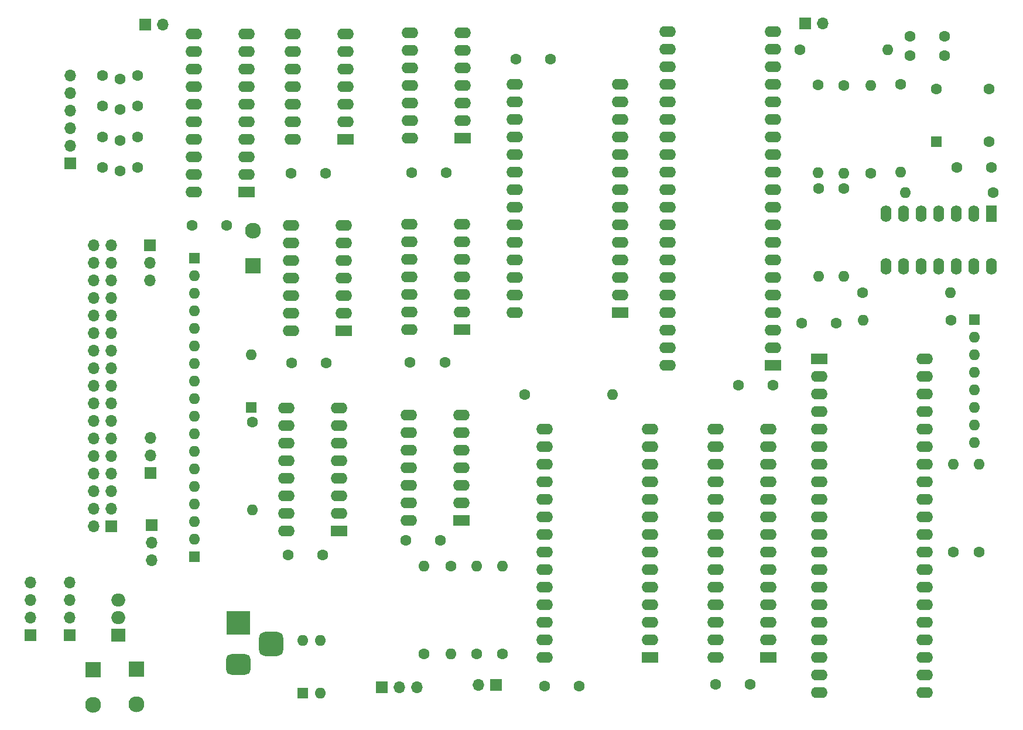
<source format=gbr>
%TF.GenerationSoftware,KiCad,Pcbnew,9.0.4*%
%TF.CreationDate,2025-09-17T13:48:34-04:00*%
%TF.ProjectId,C1581i,43313538-3169-42e6-9b69-6361645f7063,PROTO 2*%
%TF.SameCoordinates,Original*%
%TF.FileFunction,Soldermask,Bot*%
%TF.FilePolarity,Negative*%
%FSLAX46Y46*%
G04 Gerber Fmt 4.6, Leading zero omitted, Abs format (unit mm)*
G04 Created by KiCad (PCBNEW 9.0.4) date 2025-09-17 13:48:34*
%MOMM*%
%LPD*%
G01*
G04 APERTURE LIST*
G04 Aperture macros list*
%AMRoundRect*
0 Rectangle with rounded corners*
0 $1 Rounding radius*
0 $2 $3 $4 $5 $6 $7 $8 $9 X,Y pos of 4 corners*
0 Add a 4 corners polygon primitive as box body*
4,1,4,$2,$3,$4,$5,$6,$7,$8,$9,$2,$3,0*
0 Add four circle primitives for the rounded corners*
1,1,$1+$1,$2,$3*
1,1,$1+$1,$4,$5*
1,1,$1+$1,$6,$7*
1,1,$1+$1,$8,$9*
0 Add four rect primitives between the rounded corners*
20,1,$1+$1,$2,$3,$4,$5,0*
20,1,$1+$1,$4,$5,$6,$7,0*
20,1,$1+$1,$6,$7,$8,$9,0*
20,1,$1+$1,$8,$9,$2,$3,0*%
G04 Aperture macros list end*
%ADD10C,1.600000*%
%ADD11R,2.400000X1.600000*%
%ADD12O,2.400000X1.600000*%
%ADD13O,1.600000X1.600000*%
%ADD14R,1.600000X1.600000*%
%ADD15R,2.300000X2.300000*%
%ADD16C,2.300000*%
%ADD17R,1.700000X1.700000*%
%ADD18O,1.700000X1.700000*%
%ADD19R,2.000000X1.905000*%
%ADD20O,2.000000X1.905000*%
%ADD21R,1.600000X2.400000*%
%ADD22O,1.600000X2.400000*%
%ADD23R,3.500000X3.500000*%
%ADD24RoundRect,0.750000X1.000000X-0.750000X1.000000X0.750000X-1.000000X0.750000X-1.000000X-0.750000X0*%
%ADD25RoundRect,0.875000X0.875000X-0.875000X0.875000X0.875000X-0.875000X0.875000X-0.875000X-0.875000X0*%
G04 APERTURE END LIST*
D10*
%TO.C,EM2*%
X106725000Y-48370000D03*
X109265000Y-48878000D03*
X111805000Y-48370000D03*
%TD*%
D11*
%TO.C,U12*%
X158790000Y-57440000D03*
D12*
X158790000Y-54900000D03*
X158790000Y-52360000D03*
X158790000Y-49820000D03*
X158790000Y-47280000D03*
X158790000Y-44740000D03*
X158790000Y-42200000D03*
X151170000Y-42200000D03*
X151170000Y-44740000D03*
X151170000Y-47280000D03*
X151170000Y-49820000D03*
X151170000Y-52360000D03*
X151170000Y-54900000D03*
X151170000Y-57440000D03*
%TD*%
D10*
%TO.C,C14*%
X223470000Y-42690000D03*
X228470000Y-42690000D03*
%TD*%
%TO.C,C5*%
X198660000Y-93130000D03*
X203660000Y-93130000D03*
%TD*%
%TO.C,FB3*%
X217810000Y-62460000D03*
D13*
X217810000Y-49760000D03*
%TD*%
D14*
%TO.C,RP1*%
X120010000Y-74780000D03*
D13*
X120010000Y-77320000D03*
X120010000Y-79860000D03*
X120010000Y-82400000D03*
X120010000Y-84940000D03*
X120010000Y-87480000D03*
X120010000Y-90020000D03*
X120010000Y-92560000D03*
X120010000Y-95100000D03*
%TD*%
D15*
%TO.C,C91*%
X111590000Y-134230000D03*
D16*
X111590000Y-139310000D03*
%TD*%
D17*
%TO.C,J2*%
X113800000Y-113350000D03*
D18*
X113800000Y-115890000D03*
X113800000Y-118430000D03*
%TD*%
D14*
%TO.C,D1*%
X128220000Y-96380000D03*
D13*
X128220000Y-88760000D03*
%TD*%
D10*
%TO.C,EM3*%
X111835000Y-61692000D03*
X109295000Y-62200000D03*
X106755000Y-61692000D03*
%TD*%
%TO.C,C10*%
X230260000Y-61650000D03*
X235260000Y-61650000D03*
%TD*%
%TO.C,C1*%
X212850000Y-84190000D03*
X207850000Y-84190000D03*
%TD*%
%TO.C,R2*%
X128371600Y-98501200D03*
D13*
X128371600Y-111201200D03*
%TD*%
D10*
%TO.C,R5*%
X207590000Y-44590000D03*
D13*
X220290000Y-44590000D03*
%TD*%
D10*
%TO.C,EM4*%
X111834999Y-57230000D03*
X109294999Y-57738000D03*
X106754999Y-57230000D03*
%TD*%
%TO.C,R1*%
X233500000Y-117260000D03*
D13*
X233500000Y-104560000D03*
%TD*%
D17*
%TO.C,J3*%
X113650000Y-105875000D03*
D18*
X113650000Y-103335000D03*
X113650000Y-100795000D03*
%TD*%
D10*
%TO.C,C3*%
X195330000Y-136410000D03*
X200330000Y-136410000D03*
%TD*%
D17*
%TO.C,J1*%
X113570000Y-72900000D03*
D18*
X113570000Y-75440000D03*
X113570000Y-77980000D03*
%TD*%
D17*
%TO.C,J5*%
X163590000Y-136470000D03*
D18*
X161050000Y-136470000D03*
%TD*%
D10*
%TO.C,R10*%
X229410000Y-83720000D03*
D13*
X216710000Y-83720000D03*
%TD*%
D15*
%TO.C,C20*%
X128480000Y-75890000D03*
D16*
X128480000Y-70810000D03*
%TD*%
D10*
%TO.C,C15*%
X223470000Y-45460000D03*
X228470000Y-45460000D03*
%TD*%
D15*
%TO.C,C90*%
X105370000Y-134270000D03*
D16*
X105370000Y-139350000D03*
%TD*%
D10*
%TO.C,FB1*%
X229760000Y-117240000D03*
D13*
X229760000Y-104540000D03*
%TD*%
D11*
%TO.C,U3*%
X202950000Y-132530000D03*
D12*
X202950000Y-129990000D03*
X202950000Y-127450000D03*
X202950000Y-124910000D03*
X202950000Y-122370000D03*
X202950000Y-119830000D03*
X202950000Y-117290000D03*
X202950000Y-114750000D03*
X202950000Y-112210000D03*
X202950000Y-109670000D03*
X202950000Y-107130000D03*
X202950000Y-104590000D03*
X202950000Y-102050000D03*
X202950000Y-99510000D03*
X195330000Y-99510000D03*
X195330000Y-102050000D03*
X195330000Y-104590000D03*
X195330000Y-107130000D03*
X195330000Y-109670000D03*
X195330000Y-112210000D03*
X195330000Y-114750000D03*
X195330000Y-117290000D03*
X195330000Y-119830000D03*
X195330000Y-122370000D03*
X195330000Y-124910000D03*
X195330000Y-127450000D03*
X195330000Y-129990000D03*
X195330000Y-132530000D03*
%TD*%
D10*
%TO.C,R14*%
X164580000Y-132010000D03*
D13*
X164580000Y-119310000D03*
%TD*%
D14*
%TO.C,SW1*%
X135636000Y-137668000D03*
D13*
X138176000Y-137668000D03*
X138176000Y-130048000D03*
X135636000Y-130048000D03*
%TD*%
D10*
%TO.C,FB2*%
X213870000Y-64680000D03*
D13*
X213870000Y-77380000D03*
%TD*%
D10*
%TO.C,C11*%
X150570000Y-115560000D03*
X155570000Y-115560000D03*
%TD*%
%TO.C,R12*%
X160820000Y-132010000D03*
D13*
X160820000Y-119310000D03*
%TD*%
D11*
%TO.C,U13*%
X127560000Y-65170000D03*
D12*
X127560000Y-62630000D03*
X127560000Y-60090000D03*
X127560000Y-57550000D03*
X127560000Y-55010000D03*
X127560000Y-52470000D03*
X127560000Y-49930000D03*
X127560000Y-47390000D03*
X127560000Y-44850000D03*
X127560000Y-42310000D03*
X119940000Y-42310000D03*
X119940000Y-44850000D03*
X119940000Y-47390000D03*
X119940000Y-49930000D03*
X119940000Y-52470000D03*
X119940000Y-55010000D03*
X119940000Y-57550000D03*
X119940000Y-60090000D03*
X119940000Y-62630000D03*
X119940000Y-65170000D03*
%TD*%
D19*
%TO.C,U90*%
X108966000Y-129286000D03*
D20*
X108966000Y-126746000D03*
X108966000Y-124206000D03*
%TD*%
D17*
%TO.C,J6*%
X112903000Y-40970200D03*
D18*
X115443000Y-40970200D03*
%TD*%
D10*
%TO.C,C8*%
X151210000Y-89860000D03*
X156210000Y-89860000D03*
%TD*%
D17*
%TO.C,CN2*%
X107970000Y-113540000D03*
D18*
X105430000Y-113540000D03*
X107970000Y-111000000D03*
X105430000Y-111000000D03*
X107970000Y-108460000D03*
X105430000Y-108460000D03*
X107970000Y-105920000D03*
X105430000Y-105920000D03*
X107970000Y-103380000D03*
X105430000Y-103380000D03*
X107970000Y-100840000D03*
X105430000Y-100840000D03*
X107970000Y-98300000D03*
X105430000Y-98300000D03*
X107970000Y-95760000D03*
X105430000Y-95760000D03*
X107970000Y-93220000D03*
X105430000Y-93220000D03*
X107970000Y-90680000D03*
X105430000Y-90680000D03*
X107970000Y-88140000D03*
X105430000Y-88140000D03*
X107970000Y-85600000D03*
X105430000Y-85600000D03*
X107970000Y-83060000D03*
X105430000Y-83060000D03*
X107970000Y-80520000D03*
X105430000Y-80520000D03*
X107970000Y-77980000D03*
X105430000Y-77980000D03*
X107970000Y-75440000D03*
X105430000Y-75440000D03*
X107970000Y-72900000D03*
X105430000Y-72900000D03*
%TD*%
D21*
%TO.C,U10*%
X235210000Y-68380000D03*
D22*
X232670000Y-68380000D03*
X230130000Y-68380000D03*
X227590000Y-68380000D03*
X225050000Y-68380000D03*
X222510000Y-68380000D03*
X219970000Y-68380000D03*
X219970000Y-76000000D03*
X222510000Y-76000000D03*
X225050000Y-76000000D03*
X227590000Y-76000000D03*
X230130000Y-76000000D03*
X232670000Y-76000000D03*
X235210000Y-76000000D03*
%TD*%
D17*
%TO.C,CN1*%
X102006400Y-129286000D03*
D18*
X102006400Y-126746000D03*
X102006400Y-124206000D03*
X102006400Y-121666000D03*
%TD*%
D17*
%TO.C,JP1*%
X208340000Y-40790000D03*
D18*
X210880000Y-40790000D03*
%TD*%
D10*
%TO.C,FB5*%
X216630000Y-79760000D03*
D13*
X229330000Y-79760000D03*
%TD*%
D10*
%TO.C,R4*%
X167800000Y-94480000D03*
D13*
X180500000Y-94480000D03*
%TD*%
D10*
%TO.C,R13*%
X157120000Y-119320000D03*
D13*
X157120000Y-132020000D03*
%TD*%
D10*
%TO.C,C4*%
X166520000Y-46010000D03*
X171520000Y-46010000D03*
%TD*%
%TO.C,FB6*%
X210210000Y-49700000D03*
D13*
X210210000Y-62400000D03*
%TD*%
D10*
%TO.C,C9*%
X134020000Y-62520000D03*
X139020000Y-62520000D03*
%TD*%
D11*
%TO.C,U4*%
X181580000Y-82640000D03*
D12*
X181580000Y-80100000D03*
X181580000Y-77560000D03*
X181580000Y-75020000D03*
X181580000Y-72480000D03*
X181580000Y-69940000D03*
X181580000Y-67400000D03*
X181580000Y-64860000D03*
X181580000Y-62320000D03*
X181580000Y-59780000D03*
X181580000Y-57240000D03*
X181580000Y-54700000D03*
X181580000Y-52160000D03*
X181580000Y-49620000D03*
X166340000Y-49620000D03*
X166340000Y-52160000D03*
X166340000Y-54700000D03*
X166340000Y-57240000D03*
X166340000Y-59780000D03*
X166340000Y-62320000D03*
X166340000Y-64860000D03*
X166340000Y-67400000D03*
X166340000Y-69940000D03*
X166340000Y-72480000D03*
X166340000Y-75020000D03*
X166340000Y-77560000D03*
X166340000Y-80100000D03*
X166340000Y-82640000D03*
%TD*%
D10*
%TO.C,EM1*%
X111825000Y-52730000D03*
X109285000Y-53238000D03*
X106745000Y-52730000D03*
%TD*%
%TO.C,C12*%
X151400000Y-62410000D03*
X156400000Y-62410000D03*
%TD*%
%TO.C,C13*%
X119690000Y-70060000D03*
X124690000Y-70060000D03*
%TD*%
%TO.C,C7*%
X134080000Y-89890000D03*
X139080000Y-89890000D03*
%TD*%
%TO.C,C2*%
X170620000Y-136690000D03*
X175620000Y-136690000D03*
%TD*%
%TO.C,R3*%
X210230000Y-64710000D03*
D13*
X210230000Y-77410000D03*
%TD*%
D17*
%TO.C,CN8*%
X96276400Y-129286000D03*
D18*
X96276400Y-126746000D03*
X96276400Y-124206000D03*
X96276400Y-121666000D03*
%TD*%
D11*
%TO.C,U1*%
X210340000Y-89330000D03*
D12*
X210340000Y-91870000D03*
X210340000Y-94410000D03*
X210340000Y-96950000D03*
X210340000Y-99490000D03*
X210340000Y-102030000D03*
X210340000Y-104570000D03*
X210340000Y-107110000D03*
X210340000Y-109650000D03*
X210340000Y-112190000D03*
X210340000Y-114730000D03*
X210340000Y-117270000D03*
X210340000Y-119810000D03*
X210340000Y-122350000D03*
X210340000Y-124890000D03*
X210340000Y-127430000D03*
X210340000Y-129970000D03*
X210340000Y-132510000D03*
X210340000Y-135050000D03*
X210340000Y-137590000D03*
X225580000Y-137590000D03*
X225580000Y-135050000D03*
X225580000Y-132510000D03*
X225580000Y-129970000D03*
X225580000Y-127430000D03*
X225580000Y-124890000D03*
X225580000Y-122350000D03*
X225580000Y-119810000D03*
X225580000Y-117270000D03*
X225580000Y-114730000D03*
X225580000Y-112190000D03*
X225580000Y-109650000D03*
X225580000Y-107110000D03*
X225580000Y-104570000D03*
X225580000Y-102030000D03*
X225580000Y-99490000D03*
X225580000Y-96950000D03*
X225580000Y-94410000D03*
X225580000Y-91870000D03*
X225580000Y-89330000D03*
%TD*%
D11*
%TO.C,U7*%
X141590000Y-85270000D03*
D12*
X141590000Y-82730000D03*
X141590000Y-80190000D03*
X141590000Y-77650000D03*
X141590000Y-75110000D03*
X141590000Y-72570000D03*
X141590000Y-70030000D03*
X133970000Y-70030000D03*
X133970000Y-72570000D03*
X133970000Y-75110000D03*
X133970000Y-77650000D03*
X133970000Y-80190000D03*
X133970000Y-82730000D03*
X133970000Y-85270000D03*
%TD*%
D10*
%TO.C,R11*%
X213920000Y-49760000D03*
D13*
X213920000Y-62460000D03*
%TD*%
D17*
%TO.C,CN5*%
X147080000Y-136830000D03*
D18*
X149620000Y-136830000D03*
X152160000Y-136830000D03*
%TD*%
D14*
%TO.C,X1*%
X227260000Y-57930000D03*
D10*
X234880000Y-57930000D03*
X234880000Y-50310000D03*
X227260000Y-50310000D03*
%TD*%
D11*
%TO.C,U5*%
X203630000Y-90290000D03*
D12*
X203630000Y-87750000D03*
X203630000Y-85210000D03*
X203630000Y-82670000D03*
X203630000Y-80130000D03*
X203630000Y-77590000D03*
X203630000Y-75050000D03*
X203630000Y-72510000D03*
X203630000Y-69970000D03*
X203630000Y-67430000D03*
X203630000Y-64890000D03*
X203630000Y-62350000D03*
X203630000Y-59810000D03*
X203630000Y-57270000D03*
X203630000Y-54730000D03*
X203630000Y-52190000D03*
X203630000Y-49650000D03*
X203630000Y-47110000D03*
X203630000Y-44570000D03*
X203630000Y-42030000D03*
X188390000Y-42030000D03*
X188390000Y-44570000D03*
X188390000Y-47110000D03*
X188390000Y-49650000D03*
X188390000Y-52190000D03*
X188390000Y-54730000D03*
X188390000Y-57270000D03*
X188390000Y-59810000D03*
X188390000Y-62350000D03*
X188390000Y-64890000D03*
X188390000Y-67430000D03*
X188390000Y-69970000D03*
X188390000Y-72510000D03*
X188390000Y-75050000D03*
X188390000Y-77590000D03*
X188390000Y-80130000D03*
X188390000Y-82670000D03*
X188390000Y-85210000D03*
X188390000Y-87750000D03*
X188390000Y-90290000D03*
%TD*%
D10*
%TO.C,C6*%
X133530000Y-117660000D03*
X138530000Y-117660000D03*
%TD*%
D14*
%TO.C,RP2*%
X232770000Y-83660000D03*
D13*
X232770000Y-86200000D03*
X232770000Y-88740000D03*
X232770000Y-91280000D03*
X232770000Y-93820000D03*
X232770000Y-96360000D03*
X232770000Y-98900000D03*
X232770000Y-101440000D03*
%TD*%
D17*
%TO.C,CN7*%
X102065000Y-61078000D03*
D18*
X102065000Y-58538000D03*
X102065000Y-55998000D03*
X102065000Y-53458000D03*
X102065000Y-50918000D03*
X102065000Y-48378000D03*
%TD*%
D11*
%TO.C,U6*%
X140940000Y-114190000D03*
D12*
X140940000Y-111650000D03*
X140940000Y-109110000D03*
X140940000Y-106570000D03*
X140940000Y-104030000D03*
X140940000Y-101490000D03*
X140940000Y-98950000D03*
X140940000Y-96410000D03*
X133320000Y-96410000D03*
X133320000Y-98950000D03*
X133320000Y-101490000D03*
X133320000Y-104030000D03*
X133320000Y-106570000D03*
X133320000Y-109110000D03*
X133320000Y-111650000D03*
X133320000Y-114190000D03*
%TD*%
D11*
%TO.C,U8*%
X158730000Y-85100000D03*
D12*
X158730000Y-82560000D03*
X158730000Y-80020000D03*
X158730000Y-77480000D03*
X158730000Y-74940000D03*
X158730000Y-72400000D03*
X158730000Y-69860000D03*
X151110000Y-69860000D03*
X151110000Y-72400000D03*
X151110000Y-74940000D03*
X151110000Y-77480000D03*
X151110000Y-80020000D03*
X151110000Y-82560000D03*
X151110000Y-85100000D03*
%TD*%
D11*
%TO.C,U2*%
X185910000Y-132510000D03*
D12*
X185910000Y-129970000D03*
X185910000Y-127430000D03*
X185910000Y-124890000D03*
X185910000Y-122350000D03*
X185910000Y-119810000D03*
X185910000Y-117270000D03*
X185910000Y-114730000D03*
X185910000Y-112190000D03*
X185910000Y-109650000D03*
X185910000Y-107110000D03*
X185910000Y-104570000D03*
X185910000Y-102030000D03*
X185910000Y-99490000D03*
X170670000Y-99490000D03*
X170670000Y-102030000D03*
X170670000Y-104570000D03*
X170670000Y-107110000D03*
X170670000Y-109650000D03*
X170670000Y-112190000D03*
X170670000Y-114730000D03*
X170670000Y-117270000D03*
X170670000Y-119810000D03*
X170670000Y-122350000D03*
X170670000Y-124890000D03*
X170670000Y-127430000D03*
X170670000Y-129970000D03*
X170670000Y-132510000D03*
%TD*%
D23*
%TO.C,J90*%
X126364000Y-127556000D03*
D24*
X126364000Y-133556000D03*
D25*
X131064000Y-130556000D03*
%TD*%
D14*
%TO.C,RP11*%
X120010000Y-117990000D03*
D13*
X120010000Y-115450000D03*
X120010000Y-112910000D03*
X120010000Y-110370000D03*
X120010000Y-107830000D03*
X120010000Y-105290000D03*
X120010000Y-102750000D03*
X120010000Y-100210000D03*
X120010000Y-97670000D03*
%TD*%
D10*
%TO.C,R6*%
X153240000Y-132050000D03*
D13*
X153240000Y-119350000D03*
%TD*%
D11*
%TO.C,U11*%
X158600000Y-112720000D03*
D12*
X158600000Y-110180000D03*
X158600000Y-107640000D03*
X158600000Y-105100000D03*
X158600000Y-102560000D03*
X158600000Y-100020000D03*
X158600000Y-97480000D03*
X150980000Y-97480000D03*
X150980000Y-100020000D03*
X150980000Y-102560000D03*
X150980000Y-105100000D03*
X150980000Y-107640000D03*
X150980000Y-110180000D03*
X150980000Y-112720000D03*
%TD*%
D11*
%TO.C,U9*%
X141860000Y-57550000D03*
D12*
X141860000Y-55010000D03*
X141860000Y-52470000D03*
X141860000Y-49930000D03*
X141860000Y-47390000D03*
X141860000Y-44850000D03*
X141860000Y-42310000D03*
X134240000Y-42310000D03*
X134240000Y-44850000D03*
X134240000Y-47390000D03*
X134240000Y-49930000D03*
X134240000Y-52470000D03*
X134240000Y-55010000D03*
X134240000Y-57550000D03*
%TD*%
D10*
%TO.C,R9*%
X235480000Y-65280000D03*
D13*
X222780000Y-65280000D03*
%TD*%
D10*
%TO.C,FB4*%
X222140000Y-49610000D03*
D13*
X222140000Y-62310000D03*
%TD*%
M02*

</source>
